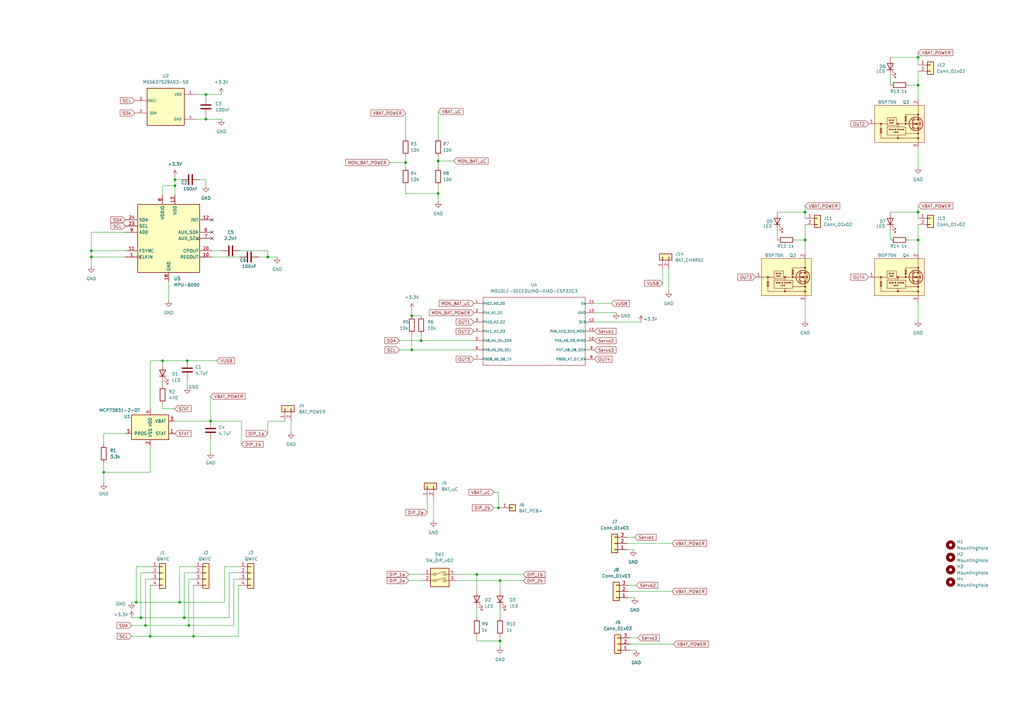
<source format=kicad_sch>
(kicad_sch (version 20211123) (generator eeschema)
  (paper "A3")
  (lib_symbols
    (symbol "Battery_Management:MCP73831-2-OT" (pin_names (offset 1.016))
      (property "Reference" "U" (at -7.62 6.35 0))
      (property "Value" "MCP73831-2-OT" (at 1.27 6.35 0))
      (symbol "MCP73831-2-OT_0_1"
        (rectangle (start -7.62 5.08) (end 7.62 -5.08) (stroke (width 0.254)) (fill (type background)))
      )
      (symbol "MCP73831-2-OT_1_1"
        (pin output line (at 10.16 -2.54 180) (length 2.54) (name "STAT") (number "1"))
        (pin power_in line (at 0 -7.62 90) (length 2.54) (name "VSS") (number "2"))
        (pin power_out line (at 10.16 2.54 180) (length 2.54) (name "VBAT") (number "3"))
        (pin power_in line (at 0 7.62 270) (length 2.54) (name "VDD") (number "4"))
        (pin input line (at -10.16 -2.54 0) (length 2.54) (name "PROG") (number "5"))
      )
    )
    (symbol "Connector_Generic:Conn_01x01" (pin_names (offset 1.016) hide)
      (property "Reference" "J" (at 0 2.54 0))
      (property "Value" "Conn_01x01" (at 0 -2.54 0))
      (symbol "Conn_01x01_1_1"
        (rectangle (start -1.27 0.127) (end 0 -0.127) (stroke (width 0.1524)))
        (rectangle (start -1.27 1.27) (end 1.27 -1.27) (stroke (width 0.254)) (fill (type background)))
        (pin passive line (at -5.08 0 0) (length 3.81) (name "Pin_1") (number "1"))
      )
    )
    (symbol "Connector_Generic:Conn_01x02" (pin_names (offset 1.016) hide)
      (property "Reference" "J" (at 0 2.54 0))
      (property "Value" "Conn_01x02" (at 0 -5.08 0))
      (symbol "Conn_01x02_1_1"
        (rectangle (start -1.27 -2.413) (end 0 -2.667) (stroke (width 0.1524)))
        (rectangle (start -1.27 0.127) (end 0 -0.127) (stroke (width 0.1524)))
        (rectangle (start -1.27 1.27) (end 1.27 -3.81) (stroke (width 0.254)) (fill (type background)))
        (pin passive line (at -5.08 0 0) (length 3.81) (name "Pin_1") (number "1"))
        (pin passive line (at -5.08 -2.54 0) (length 3.81) (name "Pin_2") (number "2"))
      )
    )
    (symbol "Connector_Generic:Conn_01x03" (pin_names (offset 1.016) hide)
      (property "Reference" "J" (at 0 5.08 0))
      (property "Value" "Conn_01x03" (at 0 -5.08 0))
      (symbol "Conn_01x03_1_1"
        (rectangle (start -1.27 -2.413) (end 0 -2.667) (stroke (width 0.1524)))
        (rectangle (start -1.27 0.127) (end 0 -0.127) (stroke (width 0.1524)))
        (rectangle (start -1.27 2.667) (end 0 2.413) (stroke (width 0.1524)))
        (rectangle (start -1.27 3.81) (end 1.27 -3.81) (stroke (width 0.254)) (fill (type background)))
        (pin passive line (at -5.08 2.54 0) (length 3.81) (name "Pin_1") (number "1"))
        (pin passive line (at -5.08 0 0) (length 3.81) (name "Pin_2") (number "2"))
        (pin passive line (at -5.08 -2.54 0) (length 3.81) (name "Pin_3") (number "3"))
      )
    )
    (symbol "Connector_Generic:Conn_01x04" (pin_names (offset 1.016) hide)
      (property "Reference" "J" (at 0 5.08 0))
      (property "Value" "Conn_01x04" (at 0 -7.62 0))
      (symbol "Conn_01x04_1_1"
        (rectangle (start -1.27 -4.953) (end 0 -5.207) (stroke (width 0.1524)))
        (rectangle (start -1.27 -2.413) (end 0 -2.667) (stroke (width 0.1524)))
        (rectangle (start -1.27 0.127) (end 0 -0.127) (stroke (width 0.1524)))
        (rectangle (start -1.27 2.667) (end 0 2.413) (stroke (width 0.1524)))
        (rectangle (start -1.27 3.81) (end 1.27 -6.35) (stroke (width 0.254)) (fill (type background)))
        (pin passive line (at -5.08 2.54 0) (length 3.81) (name "Pin_1") (number "1"))
        (pin passive line (at -5.08 0 0) (length 3.81) (name "Pin_2") (number "2"))
        (pin passive line (at -5.08 -2.54 0) (length 3.81) (name "Pin_3") (number "3"))
        (pin passive line (at -5.08 -5.08 0) (length 3.81) (name "Pin_4") (number "4"))
      )
    )
    (symbol "Device:C" (pin_numbers hide) (pin_names (offset 0.254))
      (property "Reference" "C" (at 0.635 2.54 0))
      (property "Value" "C" (at 0.635 -2.54 0))
      (symbol "C_0_1"
        (polyline (pts (xy -2.032 -0.762) (xy 2.032 -0.762)) (stroke (width 0.508)))
        (polyline (pts (xy -2.032 0.762) (xy 2.032 0.762)) (stroke (width 0.508)))
      )
      (symbol "C_1_1"
        (pin passive line (at 0 3.81 270) (length 2.794) (name "~") (number "1"))
        (pin passive line (at 0 -3.81 90) (length 2.794) (name "~") (number "2"))
      )
    )
    (symbol "Device:LED" (pin_numbers hide) (pin_names (offset 1.016) hide)
      (property "Reference" "D" (at 0 2.54 0))
      (property "Value" "LED" (at 0 -2.54 0))
      (symbol "LED_0_1"
        (polyline (pts (xy -1.27 -1.27) (xy -1.27 1.27)) (stroke (width 0.254)))
        (polyline (pts (xy -1.27 0) (xy 1.27 0)))
        (polyline (pts (xy 1.27 -1.27) (xy 1.27 1.27) (xy -1.27 0) (xy 1.27 -1.27)) (stroke (width 0.254)))
        (polyline (pts (xy -3.048 -0.762) (xy -4.572 -2.286) (xy -3.81 -2.286) (xy -4.572 -2.286) (xy -4.572 -1.524)))
        (polyline (pts (xy -1.778 -0.762) (xy -3.302 -2.286) (xy -2.54 -2.286) (xy -3.302 -2.286) (xy -3.302 -1.524)))
      )
      (symbol "LED_1_1"
        (pin passive line (at -3.81 0 0) (length 2.54) (name "K") (number "1"))
        (pin passive line (at 3.81 0 180) (length 2.54) (name "A") (number "2"))
      )
    )
    (symbol "Device:R" (pin_numbers hide) (pin_names (offset 0))
      (property "Reference" "R" (at 2.032 0 90))
      (property "Value" "R" (at 0 0 90))
      (symbol "R_0_1"
        (rectangle (start -1.016 -2.54) (end 1.016 2.54) (stroke (width 0.254)))
      )
      (symbol "R_1_1"
        (pin passive line (at 0 3.81 270) (length 1.27) (name "~") (number "1"))
        (pin passive line (at 0 -3.81 90) (length 1.27) (name "~") (number "2"))
      )
    )
    (symbol "Driver_FET:BSP75N" (pin_names (offset 0) hide)
      (property "Reference" "Q" (at 5.08 8.89 0))
      (property "Value" "BSP75N" (at -10.16 8.89 0))
      (symbol "BSP75N_0_0"
        (rectangle (start -10.16 7.62) (end 10.16 -7.62) (fill (type background)))
        (polyline (pts (xy 7.62 2.54) (xy 7.62 -7.62)))
        (polyline (pts (xy 7.62 2.54) (xy 7.62 7.62)))
        (polyline (pts (xy -0.635 -1.27) (xy -0.635 -0.635) (xy -0.635 0)))
        (polyline (pts (xy 2.54 0) (xy 2.54 3.81) (xy 7.62 3.81)))
        (polyline (pts (xy 7.62 -5.842) (xy -0.635 -5.842) (xy -0.635 -4.572)))
        (polyline (pts (xy -0.635 -5.842) (xy -7.62 -5.842) (xy -7.62 0) (xy -5.08 0)))
        (text "Limit" (at -1.524 -3.429 0) (effects (font (size 0.5334 0.5334))))
        (text "Temp & Current" (at -1.27 -2.286 0) (effects (font (size 0.5334 0.5334))))
      )
      (symbol "BSP75N_0_1"
        (rectangle (start -5.08 -1.27) (end 2.54 -4.572))
        (polyline (pts (xy -7.62 0) (xy -10.16 0)))
        (polyline (pts (xy 7.62 -3.937) (xy 2.667 -3.937)))
      )
      (symbol "BSP75N_1_1"
        (circle (center -7.62 0) (radius 0.2794) (fill (type outline)))
        (rectangle (start -5.08 2.54) (end -1.27 -0.635))
        (circle (center -0.635 -5.842) (radius 0.2794) (fill (type outline)))
        (circle (center -0.635 0) (radius 0.2794) (fill (type outline)))
        (polyline (pts (xy 2.54 0) (xy -1.27 0)))
        (polyline (pts (xy 2.54 0) (xy 5.334 0)))
        (polyline (pts (xy 5.842 -1.778) (xy 7.62 -1.778)))
        (polyline (pts (xy 5.842 -1.27) (xy 5.842 -2.286)) (stroke (width 0.254)))
        (polyline (pts (xy 5.842 0) (xy 7.62 0)))
        (polyline (pts (xy 5.842 0.508) (xy 5.842 -0.508)) (stroke (width 0.254)))
        (polyline (pts (xy 5.842 1.778) (xy 7.62 1.778)))
        (polyline (pts (xy 5.842 2.286) (xy 5.842 1.27)) (stroke (width 0.254)))
        (polyline (pts (xy 7.62 -1.778) (xy 7.62 -2.54)))
        (polyline (pts (xy 7.62 -1.778) (xy 7.62 0)))
        (polyline (pts (xy 7.62 2.54) (xy 7.62 1.778)))
        (polyline (pts (xy 5.334 1.905) (xy 5.334 -1.905) (xy 5.334 -1.905)) (stroke (width 0.254)))
        (polyline (pts (xy -8.128 -1.778) (xy -8.001 -1.905) (xy -7.239 -1.905) (xy -7.112 -2.032)))
        (polyline (pts (xy -7.62 -3.683) (xy -7.239 -3.048) (xy -8.001 -3.048) (xy -7.62 -3.683)))
        (polyline (pts (xy -7.62 -1.905) (xy -8.001 -2.54) (xy -7.239 -2.54) (xy -7.62 -1.905)))
        (polyline (pts (xy -7.112 -3.81) (xy -7.239 -3.683) (xy -8.001 -3.683) (xy -8.128 -3.556)))
        (polyline (pts (xy 2.032 3.048) (xy 2.159 2.921) (xy 2.921 2.921) (xy 3.048 2.794)))
        (polyline (pts (xy 2.54 1.143) (xy 2.921 1.778) (xy 2.159 1.778) (xy 2.54 1.143)))
        (polyline (pts (xy 2.54 2.921) (xy 2.159 2.286) (xy 2.921 2.286) (xy 2.54 2.921)))
        (polyline (pts (xy 3.048 1.016) (xy 2.921 1.143) (xy 2.159 1.143) (xy 2.032 1.27)))
        (polyline (pts (xy 6.096 0) (xy 7.112 0.381) (xy 7.112 -0.381) (xy 6.096 0)) (fill (type outline)))
        (polyline (pts (xy 7.62 -1.778) (xy 8.382 -1.778) (xy 8.382 1.778) (xy 7.62 1.778)))
        (polyline (pts (xy 7.874 0.508) (xy 8.001 0.381) (xy 8.763 0.381) (xy 8.89 0.254)))
        (polyline (pts (xy 8.382 0.381) (xy 8.001 -0.254) (xy 8.763 -0.254) (xy 8.382 0.381)))
        (circle (center 2.54 0) (radius 0.2794) (fill (type outline)))
        (circle (center 6.731 0) (radius 2.8194) (stroke (width 0.254)))
        (circle (center 7.62 -5.842) (radius 0.2794) (fill (type outline)))
        (circle (center 7.62 -3.937) (radius 0.2794) (fill (type outline)))
        (circle (center 7.62 -1.778) (radius 0.2794) (fill (type outline)))
        (circle (center 7.62 1.778) (radius 0.2794) (fill (type outline)))
        (circle (center 7.62 3.81) (radius 0.2794) (fill (type outline)))
        (text "dV/dt" (at -3.302 1.524 0) (effects (font (size 0.5334 0.5334))))
        (text "Limit" (at -3.429 0.381 0) (effects (font (size 0.5334 0.5334))))
        (pin input line (at -12.7 0 0) (length 2.54) (name "G") (number "1"))
        (pin passive line (at 7.62 10.16 270) (length 2.54) (name "D") (number "2"))
        (pin passive line (at 7.62 -10.16 90) (length 2.54) (name "S") (number "3"))
        (pin passive line (at 7.62 -10.16 90) (length 2.54) hide (name "S") (number "4"))
      )
    )
    (symbol "MS5037:MS563702BA03-50" (pin_names (offset 1.016))
      (property "Reference" "U" (at -7.6266 8.6435 0))
      (property "Value" "MS563702BA03-50" (at -7.6222 -10.163 0))
      (symbol "MS563702BA03-50_0_0"
        (rectangle (start -7.62 -7.62) (end 7.62 7.62) (stroke (width 0.254)) (fill (type background)))
        (pin power_in line (at 12.7 5.08 180) (length 5.08) (name "VDD") (number "1"))
        (pin bidirectional line (at -12.7 -2.54 0) (length 5.08) (name "SDA") (number "2"))
        (pin input clock (at -12.7 2.54 0) (length 5.08) (name "SCL") (number "3"))
        (pin power_in line (at 12.7 -5.08 180) (length 5.08) (name "GND") (number "4"))
      )
    )
    (symbol "Mechanical:MountingHole" (pin_names (offset 1.016))
      (property "Reference" "H" (at 0 5.08 0))
      (property "Value" "MountingHole" (at 0 3.175 0))
      (symbol "MountingHole_0_1"
        (circle (center 0 0) (radius 1.27) (stroke (width 1.27)))
      )
    )
    (symbol "Project:MOUDLE-SEEEDUINO-XIAO-ESP32C3" (pin_names (offset 1.016))
      (property "Reference" "U" (at -21.59 15.24 0))
      (property "Value" "MOUDLE-SEEEDUINO-XIAO-ESP32C3" (at -21.59 13.97 0))
      (symbol "MOUDLE-SEEEDUINO-XIAO-ESP32C3_0_0"
        (polyline (pts (xy -21.59 -13.97) (xy -21.59 0)) (stroke (width 0.1524)))
        (polyline (pts (xy -21.59 -11.43) (xy -22.86 -11.43)) (stroke (width 0.1524)))
        (polyline (pts (xy -21.59 -7.62) (xy -22.86 -7.62)) (stroke (width 0.1524)))
        (polyline (pts (xy -21.59 -3.81) (xy -22.86 -3.81)) (stroke (width 0.1524)))
        (polyline (pts (xy -21.59 0) (xy -22.86 0)) (stroke (width 0.1524)))
        (polyline (pts (xy -21.59 0) (xy -21.59 3.81)) (stroke (width 0.1524)))
        (polyline (pts (xy -21.59 3.81) (xy -22.86 3.81)) (stroke (width 0.1524)))
        (polyline (pts (xy -21.59 3.81) (xy -21.59 7.62)) (stroke (width 0.1524)))
        (polyline (pts (xy -21.59 7.62) (xy -22.86 7.62)) (stroke (width 0.1524)))
        (polyline (pts (xy -21.59 7.62) (xy -21.59 11.43)) (stroke (width 0.1524)))
        (polyline (pts (xy -21.59 11.43) (xy -22.86 11.43)) (stroke (width 0.1524)))
        (polyline (pts (xy -21.59 11.43) (xy -21.59 13.97)) (stroke (width 0.1524)))
        (polyline (pts (xy -21.59 13.97) (xy 20.32 13.97)) (stroke (width 0.1524)))
        (polyline (pts (xy 20.32 -13.97) (xy -21.59 -13.97)) (stroke (width 0.1524)))
        (polyline (pts (xy 20.32 3.81) (xy 20.32 -13.97)) (stroke (width 0.1524)))
        (polyline (pts (xy 20.32 7.62) (xy 20.32 3.81)) (stroke (width 0.1524)))
        (polyline (pts (xy 20.32 11.43) (xy 20.32 7.62)) (stroke (width 0.1524)))
        (polyline (pts (xy 20.32 13.97) (xy 20.32 11.43)) (stroke (width 0.1524)))
        (polyline (pts (xy 21.59 -11.43) (xy 20.32 -11.43)) (stroke (width 0.1524)))
        (polyline (pts (xy 21.59 -7.62) (xy 20.32 -7.62)) (stroke (width 0.1524)))
        (polyline (pts (xy 21.59 -3.81) (xy 20.32 -3.81)) (stroke (width 0.1524)))
        (polyline (pts (xy 21.59 0) (xy 20.32 0)) (stroke (width 0.1524)))
        (polyline (pts (xy 21.59 3.81) (xy 20.32 3.81)) (stroke (width 0.1524)))
        (polyline (pts (xy 21.59 7.62) (xy 20.32 7.62)) (stroke (width 0.1524)))
        (polyline (pts (xy 21.59 11.43) (xy 20.32 11.43)) (stroke (width 0.1524)))
        (pin bidirectional line (at -25.4 11.43 0) (length 2.54) (name "PA02_A0_D0") (number "1"))
        (pin bidirectional line (at 24.13 -3.81 180) (length 2.54) (name "PA5_A9_D9_MISO") (number "10"))
        (pin bidirectional line (at 24.13 0 180) (length 2.54) (name "PA6_A10_D10_MOSI") (number "11"))
        (pin bidirectional line (at 24.13 3.81 180) (length 2.54) (name "3V3") (number "12"))
        (pin bidirectional line (at 24.13 7.62 180) (length 2.54) (name "GND") (number "13"))
        (pin bidirectional line (at 24.13 11.43 180) (length 2.54) (name "5V") (number "14"))
        (pin bidirectional line (at -25.4 7.62 0) (length 2.54) (name "PA4_A1_D1") (number "2"))
        (pin bidirectional line (at -25.4 3.81 0) (length 2.54) (name "PA10_A2_D2") (number "3"))
        (pin bidirectional line (at -25.4 0 0) (length 2.54) (name "PA11_A3_D3") (number "4"))
        (pin bidirectional line (at -25.4 -3.81 0) (length 2.54) (name "PA8_A4_D4_SDA") (number "5"))
        (pin bidirectional line (at -25.4 -7.62 0) (length 2.54) (name "PA9_A5_D5_SCL") (number "6"))
        (pin bidirectional line (at -25.4 -11.43 0) (length 2.54) (name "PB08_A6_D6_TX") (number "7"))
        (pin bidirectional line (at 24.13 -11.43 180) (length 2.54) (name "PB09_A7_D7_RX") (number "8"))
        (pin bidirectional line (at 24.13 -7.62 180) (length 2.54) (name "PA7_A8_D8_SCK") (number "9"))
      )
    )
    (symbol "Sensor_Motion:MPU-6050"
      (property "Reference" "U" (at -11.43 13.97 0))
      (property "Value" "MPU-6050" (at 7.62 -15.24 0))
      (symbol "MPU-6050_0_0"
        (text "" (at 12.7 -2.54 0) (effects (font (size 1.27 1.27))))
      )
      (symbol "MPU-6050_0_1"
        (rectangle (start -12.7 13.97) (end 12.7 -13.97) (stroke (width 0.254)) (fill (type background)))
      )
      (symbol "MPU-6050_1_1"
        (pin input clock (at -17.78 -7.62 0) (length 5.08) (name "CLKIN") (number "1"))
        (pin passive line (at 17.78 -7.62 180) (length 5.08) (name "REGOUT") (number "10"))
        (pin input line (at -17.78 -5.08 0) (length 5.08) (name "FSYNC") (number "11"))
        (pin output line (at 17.78 7.62 180) (length 5.08) (name "INT") (number "12"))
        (pin power_in line (at 2.54 17.78 270) (length 3.81) (name "VDD") (number "13"))
        (pin no_connect line (at -12.7 -10.16 0) (length 2.54) hide (name "NC") (number "14"))
        (pin no_connect line (at 12.7 12.7 180) (length 2.54) hide (name "NC") (number "15"))
        (pin no_connect line (at 12.7 10.16 180) (length 2.54) hide (name "NC") (number "16"))
        (pin no_connect line (at 12.7 5.08 180) (length 2.54) hide (name "NC") (number "17"))
        (pin power_in line (at 0 -17.78 90) (length 3.81) (name "GND") (number "18"))
        (pin no_connect line (at 12.7 -10.16 180) (length 2.54) hide (name "NC") (number "19"))
        (pin no_connect line (at -12.7 12.7 0) (length 2.54) hide (name "NC") (number "2"))
        (pin passive line (at 17.78 -5.08 180) (length 5.08) (name "CPOUT") (number "20"))
        (pin no_connect line (at 12.7 -2.54 180) (length 2.54) hide (name "NC") (number "21"))
        (pin no_connect line (at 12.7 -12.7 180) (length 2.54) hide (name "NC") (number "22"))
        (pin input line (at -17.78 5.08 0) (length 5.08) (name "SCL") (number "23"))
        (pin bidirectional line (at -17.78 7.62 0) (length 5.08) (name "SDA") (number "24"))
        (pin no_connect line (at -12.7 10.16 0) (length 2.54) hide (name "NC") (number "3"))
        (pin no_connect line (at -12.7 0 0) (length 2.54) hide (name "NC") (number "4"))
        (pin no_connect line (at -12.7 -2.54 0) (length 2.54) hide (name "NC") (number "5"))
        (pin bidirectional line (at 17.78 2.54 180) (length 5.08) (name "AUX_SDA") (number "6"))
        (pin output clock (at 17.78 0 180) (length 5.08) (name "AUX_SCL") (number "7"))
        (pin power_in line (at -2.54 17.78 270) (length 3.81) (name "VDDIO") (number "8"))
        (pin input line (at -17.78 2.54 0) (length 5.08) (name "AD0") (number "9"))
      )
    )
    (symbol "Switch:SW_DIP_x02" (pin_names (offset 0) hide)
      (property "Reference" "SW" (at 0 6.35 0))
      (property "Value" "SW_DIP_x02" (at 0 -3.81 0))
      (symbol "SW_DIP_x02_0_0"
        (circle (center -2.032 0) (radius 0.508))
        (circle (center -2.032 2.54) (radius 0.508))
        (polyline (pts (xy -1.524 0.127) (xy 2.3622 1.1684)))
        (polyline (pts (xy -1.524 2.667) (xy 2.3622 3.7084)))
        (circle (center 2.032 0) (radius 0.508))
        (circle (center 2.032 2.54) (radius 0.508))
      )
      (symbol "SW_DIP_x02_0_1"
        (rectangle (start -3.81 5.08) (end 3.81 -2.54) (stroke (width 0.254)) (fill (type background)))
      )
      (symbol "SW_DIP_x02_1_1"
        (pin passive line (at -7.62 2.54 0) (length 5.08) (name "~") (number "1"))
        (pin passive line (at -7.62 0 0) (length 5.08) (name "~") (number "2"))
        (pin passive line (at 7.62 0 180) (length 5.08) (name "~") (number "3"))
        (pin passive line (at 7.62 2.54 180) (length 5.08) (name "~") (number "4"))
      )
    )
    (symbol "power:+3.3V" (power) (pin_names (offset 0))
      (property "Value" "+3.3V" (at 0 3.556 0))
      (symbol "+3.3V_0_1"
        (polyline (pts (xy -0.762 1.27) (xy 0 2.54)))
        (polyline (pts (xy 0 0) (xy 0 2.54)))
        (polyline (pts (xy 0 2.54) (xy 0.762 1.27)))
      )
      (symbol "+3.3V_1_1"
        (pin power_in line (at 0 0 90) (length 0) hide (name "+3.3V") (number "1"))
      )
    )
    (symbol "power:GND" (power) (pin_names (offset 0))
      (property "Value" "GND" (at 0 -3.81 0))
      (symbol "GND_0_1"
        (polyline (pts (xy 0 0) (xy 0 -1.27) (xy 1.27 -1.27) (xy 0 -2.54) (xy -1.27 -1.27) (xy 0 -1.27)))
      )
      (symbol "GND_1_1"
        (pin power_in line (at 0 0 270) (length 0) hide (name "GND") (number "1"))
      )
    )
  )
  (junction (at 330.2 86.995))
  (junction (at 168.91 143.51))
  (junction (at 168.91 129.54))
  (junction (at 77.47 256.54))
  (junction (at 75.565 253.365))
  (junction (at 179.705 66.04))
  (junction (at 195.58 235.585))
  (junction (at 42.545 193.675))
  (junction (at 57.785 253.365))
  (junction (at 84.455 38.735))
  (junction (at 204.47 208.28))
  (junction (at 376.555 34.925))
  (junction (at 172.72 139.7))
  (junction (at 55.88 247.015))
  (junction (at 37.465 105.41))
  (junction (at 73.66 247.015))
  (junction (at 376.555 23.495))
  (junction (at 166.37 66.675))
  (junction (at 84.455 48.895))
  (junction (at 330.2 98.425))
  (junction (at 179.705 79.375))
  (junction (at 205.105 262.89))
  (junction (at 205.105 238.125))
  (junction (at 109.855 105.41))
  (junction (at 59.69 256.54))
  (junction (at 71.755 73.66))
  (junction (at 376.555 86.995))
  (junction (at 71.755 76.2))
  (junction (at 37.465 102.87))
  (junction (at 66.675 147.955))
  (junction (at 61.595 260.985))
  (junction (at 376.555 98.425))
  (junction (at 79.375 260.985))
  (junction (at 76.835 147.955))
  (junction (at 86.36 172.72))
  (no_connect (at 86.995 97.79))
  (no_connect (at 86.995 95.25))
  (no_connect (at 86.995 90.17))
  (wire (pts (xy 166.37 66.675) (xy 166.37 68.58)))
  (wire (pts (xy 53.975 253.365) (xy 57.785 253.365)))
  (wire (pts (xy 376.555 34.925) (xy 376.555 40.64)))
  (wire (pts (xy 76.835 147.955) (xy 88.9 147.955)))
  (wire (pts (xy 75.565 253.365) (xy 93.98 253.365)))
  (wire (pts (xy 365.125 86.995) (xy 376.555 86.995)))
  (wire (pts (xy 42.545 193.675) (xy 42.545 198.12)))
  (wire (pts (xy 195.58 235.585) (xy 214.63 235.585)))
  (wire (pts (xy 37.465 102.87) (xy 51.435 102.87)))
  (wire (pts (xy 73.66 232.41) (xy 79.375 232.41)))
  (wire (pts (xy 42.545 189.865) (xy 42.545 193.675)))
  (wire (pts (xy 84.455 73.66) (xy 84.455 76.2)))
  (wire (pts (xy 257.81 245.11) (xy 260.35 245.11)))
  (wire (pts (xy 53.975 260.985) (xy 61.595 260.985)))
  (wire (pts (xy 66.675 167.64) (xy 66.675 165.735)))
  (wire (pts (xy 109.855 105.41) (xy 113.665 105.41)))
  (wire (pts (xy 365.125 23.495) (xy 376.555 23.495)))
  (wire (pts (xy 205.105 262.89) (xy 195.58 262.89)))
  (wire (pts (xy 86.36 162.56) (xy 86.36 172.72)))
  (wire (pts (xy 195.58 249.555) (xy 195.58 253.365)))
  (wire (pts (xy 376.555 98.425) (xy 376.555 103.505)))
  (wire (pts (xy 204.47 208.28) (xy 205.105 208.28)))
  (wire (pts (xy 37.465 105.41) (xy 51.435 105.41)))
  (wire (pts (xy 257.175 220.345) (xy 260.35 220.345)))
  (wire (pts (xy 61.595 182.88) (xy 61.595 193.675)))
  (wire (pts (xy 77.47 256.54) (xy 95.885 256.54)))
  (wire (pts (xy 175.26 204.47) (xy 175.26 210.185)))
  (wire (pts (xy 55.88 247.015) (xy 73.66 247.015)))
  (wire (pts (xy 75.565 234.95) (xy 75.565 253.365)))
  (wire (pts (xy 37.465 105.41) (xy 37.465 109.22)))
  (wire (pts (xy 202.565 208.28) (xy 204.47 208.28)))
  (wire (pts (xy 77.47 237.49) (xy 77.47 256.54)))
  (wire (pts (xy 71.755 72.39) (xy 71.755 73.66)))
  (wire (pts (xy 187.96 238.125) (xy 205.105 238.125)))
  (wire (pts (xy 318.77 94.615) (xy 318.77 98.425)))
  (wire (pts (xy 80.645 48.895) (xy 84.455 48.895)))
  (wire (pts (xy 53.975 256.54) (xy 59.69 256.54)))
  (wire (pts (xy 205.105 262.89) (xy 205.105 265.43)))
  (wire (pts (xy 160.02 66.675) (xy 166.37 66.675)))
  (wire (pts (xy 93.98 234.95) (xy 93.98 253.365)))
  (wire (pts (xy 109.855 172.72) (xy 116.84 172.72)))
  (wire (pts (xy 59.69 256.54) (xy 77.47 256.54)))
  (wire (pts (xy 372.745 34.925) (xy 376.555 34.925)))
  (wire (pts (xy 365.125 94.615) (xy 365.125 98.425)))
  (wire (pts (xy 243.84 132.08) (xy 262.89 132.08)))
  (wire (pts (xy 179.705 64.135) (xy 179.705 66.04)))
  (wire (pts (xy 51.435 177.8) (xy 42.545 177.8)))
  (wire (pts (xy 55.88 232.41) (xy 55.88 247.015)))
  (wire (pts (xy 92.075 232.41) (xy 92.075 247.015)))
  (wire (pts (xy 376.555 23.495) (xy 376.555 26.67)))
  (wire (pts (xy 119.38 172.72) (xy 119.38 177.165)))
  (wire (pts (xy 86.995 105.41) (xy 98.425 105.41)))
  (wire (pts (xy 257.175 225.425) (xy 259.715 225.425)))
  (wire (pts (xy 92.075 232.41) (xy 97.79 232.41)))
  (wire (pts (xy 59.69 237.49) (xy 59.69 256.54)))
  (wire (pts (xy 97.79 234.95) (xy 93.98 234.95)))
  (wire (pts (xy 97.79 240.03) (xy 97.79 260.985)))
  (wire (pts (xy 168.91 127) (xy 168.91 129.54)))
  (wire (pts (xy 71.755 167.64) (xy 66.675 167.64)))
  (wire (pts (xy 330.2 92.075) (xy 330.2 98.425)))
  (wire (pts (xy 95.885 237.49) (xy 95.885 256.54)))
  (wire (pts (xy 79.375 234.95) (xy 75.565 234.95)))
  (wire (pts (xy 66.675 76.2) (xy 71.755 76.2)))
  (wire (pts (xy 66.675 147.955) (xy 66.675 149.225)))
  (wire (pts (xy 42.545 177.8) (xy 42.545 182.245)))
  (wire (pts (xy 61.595 240.03) (xy 61.595 260.985)))
  (wire (pts (xy 195.58 262.89) (xy 195.58 260.985)))
  (wire (pts (xy 81.915 73.66) (xy 84.455 73.66)))
  (wire (pts (xy 109.855 172.72) (xy 109.855 177.8)))
  (wire (pts (xy 71.755 76.2) (xy 71.755 80.01)))
  (wire (pts (xy 84.455 38.735) (xy 84.455 40.005)))
  (wire (pts (xy 163.83 143.51) (xy 168.91 143.51)))
  (wire (pts (xy 163.83 139.7) (xy 172.72 139.7)))
  (wire (pts (xy 73.66 247.015) (xy 92.075 247.015)))
  (wire (pts (xy 326.39 98.425) (xy 330.2 98.425)))
  (wire (pts (xy 80.645 38.735) (xy 84.455 38.735)))
  (wire (pts (xy 37.465 102.87) (xy 37.465 105.41)))
  (wire (pts (xy 37.465 95.25) (xy 37.465 102.87)))
  (wire (pts (xy 86.995 102.87) (xy 90.805 102.87)))
  (wire (pts (xy 187.96 235.585) (xy 195.58 235.585)))
  (wire (pts (xy 195.58 235.585) (xy 195.58 241.935)))
  (wire (pts (xy 167.64 235.585) (xy 172.72 235.585)))
  (wire (pts (xy 179.705 66.04) (xy 186.055 66.04)))
  (wire (pts (xy 365.125 31.115) (xy 365.125 34.925)))
  (wire (pts (xy 274.32 110.49) (xy 274.32 119.38)))
  (wire (pts (xy 66.675 156.845) (xy 66.675 158.115)))
  (wire (pts (xy 84.455 48.895) (xy 90.805 48.895)))
  (wire (pts (xy 76.835 155.575) (xy 76.835 158.75)))
  (wire (pts (xy 168.91 129.54) (xy 172.72 129.54)))
  (wire (pts (xy 172.72 137.16) (xy 172.72 139.7)))
  (wire (pts (xy 179.705 76.2) (xy 179.705 79.375)))
  (wire (pts (xy 168.91 137.16) (xy 168.91 143.51)))
  (wire (pts (xy 66.675 147.955) (xy 61.595 147.955)))
  (wire (pts (xy 258.445 264.16) (xy 276.225 264.16)))
  (wire (pts (xy 257.175 222.885) (xy 275.59 222.885)))
  (wire (pts (xy 61.595 260.985) (xy 79.375 260.985)))
  (wire (pts (xy 243.84 124.46) (xy 250.825 124.46)))
  (wire (pts (xy 71.755 172.72) (xy 86.36 172.72)))
  (wire (pts (xy 204.47 201.93) (xy 204.47 208.28)))
  (wire (pts (xy 71.755 73.66) (xy 74.295 73.66)))
  (wire (pts (xy 205.105 249.555) (xy 205.105 253.365)))
  (wire (pts (xy 376.555 60.96) (xy 376.555 68.58)))
  (wire (pts (xy 167.64 238.125) (xy 172.72 238.125)))
  (wire (pts (xy 86.36 180.34) (xy 86.36 185.42)))
  (wire (pts (xy 61.595 147.955) (xy 61.595 167.64)))
  (wire (pts (xy 79.375 237.49) (xy 77.47 237.49)))
  (wire (pts (xy 376.555 21.59) (xy 376.555 23.495)))
  (wire (pts (xy 376.555 29.21) (xy 376.555 34.925)))
  (wire (pts (xy 61.595 193.675) (xy 42.545 193.675)))
  (wire (pts (xy 109.855 102.87) (xy 109.855 105.41)))
  (wire (pts (xy 53.975 247.015) (xy 55.88 247.015)))
  (wire (pts (xy 166.37 76.2) (xy 166.37 79.375)))
  (wire (pts (xy 37.465 95.25) (xy 51.435 95.25)))
  (wire (pts (xy 57.785 253.365) (xy 75.565 253.365)))
  (wire (pts (xy 179.705 45.72) (xy 179.705 56.515)))
  (wire (pts (xy 84.455 47.625) (xy 84.455 48.895)))
  (wire (pts (xy 376.555 123.825) (xy 376.555 131.445)))
  (wire (pts (xy 66.675 147.955) (xy 76.835 147.955)))
  (wire (pts (xy 243.84 128.27) (xy 252.73 128.27)))
  (wire (pts (xy 179.705 66.04) (xy 179.705 68.58)))
  (wire (pts (xy 205.105 238.125) (xy 205.105 241.935)))
  (wire (pts (xy 330.2 84.455) (xy 330.2 86.995)))
  (wire (pts (xy 330.2 123.825) (xy 330.2 131.445)))
  (wire (pts (xy 166.37 46.355) (xy 166.37 56.515)))
  (wire (pts (xy 61.595 234.95) (xy 57.785 234.95)))
  (wire (pts (xy 66.675 80.01) (xy 66.675 76.2)))
  (wire (pts (xy 168.91 143.51) (xy 194.31 143.51)))
  (wire (pts (xy 271.78 110.49) (xy 271.78 116.205)))
  (wire (pts (xy 177.8 204.47) (xy 177.8 213.36)))
  (wire (pts (xy 61.595 237.49) (xy 59.69 237.49)))
  (wire (pts (xy 318.77 86.995) (xy 330.2 86.995)))
  (wire (pts (xy 71.755 73.66) (xy 71.755 76.2)))
  (wire (pts (xy 202.565 201.93) (xy 204.47 201.93)))
  (wire (pts (xy 258.445 261.62) (xy 261.62 261.62)))
  (wire (pts (xy 69.215 115.57) (xy 69.215 123.19)))
  (wire (pts (xy 98.425 102.87) (xy 109.855 102.87)))
  (wire (pts (xy 73.66 232.41) (xy 73.66 247.015)))
  (wire (pts (xy 166.37 79.375) (xy 179.705 79.375)))
  (wire (pts (xy 257.81 240.03) (xy 260.985 240.03)))
  (wire (pts (xy 166.37 64.135) (xy 166.37 66.675)))
  (wire (pts (xy 257.81 242.57) (xy 275.59 242.57)))
  (wire (pts (xy 205.105 238.125) (xy 214.63 238.125)))
  (wire (pts (xy 376.555 86.995) (xy 376.555 89.535)))
  (wire (pts (xy 172.72 139.7) (xy 194.31 139.7)))
  (wire (pts (xy 205.105 260.985) (xy 205.105 262.89)))
  (wire (pts (xy 179.705 79.375) (xy 179.705 82.55)))
  (wire (pts (xy 57.785 234.95) (xy 57.785 253.365)))
  (wire (pts (xy 55.88 232.41) (xy 61.595 232.41)))
  (wire (pts (xy 330.2 98.425) (xy 330.2 103.505)))
  (wire (pts (xy 376.555 92.075) (xy 376.555 98.425)))
  (wire (pts (xy 99.06 172.72) (xy 99.06 182.245)))
  (wire (pts (xy 330.2 86.995) (xy 330.2 89.535)))
  (wire (pts (xy 84.455 38.735) (xy 90.805 38.735)))
  (wire (pts (xy 86.36 172.72) (xy 99.06 172.72)))
  (wire (pts (xy 79.375 240.03) (xy 79.375 260.985)))
  (wire (pts (xy 97.79 237.49) (xy 95.885 237.49)))
  (wire (pts (xy 258.445 266.7) (xy 260.985 266.7)))
  (wire (pts (xy 79.375 260.985) (xy 97.79 260.985)))
  (wire (pts (xy 106.045 105.41) (xy 109.855 105.41)))
  (wire (pts (xy 372.745 98.425) (xy 376.555 98.425)))
  (wire (pts (xy 376.555 84.455) (xy 376.555 86.995)))
  (global_label "Servo3" (shape input) (at 243.84 143.51 0) (property "Intersheet References" "${INTERSHEET_REFS}" (effects hide)))
  (global_label "SDA" (shape input) (at 53.975 256.54 180) (property "Intersheet References" "${INTERSHEET_REFS}" (effects hide)))
  (global_label "OUT3" (shape input) (at 194.31 147.32 180) (property "Intersheet References" "${INTERSHEET_REFS}" (effects hide)))
  (global_label "VBAT_POWER" (shape input) (at 166.37 46.355 180) (property "Intersheet References" "${INTERSHEET_REFS}" (effects hide)))
  (global_label "VBAT_POWER" (shape input) (at 376.555 84.455 0) (property "Intersheet References" "${INTERSHEET_REFS}" (effects hide)))
  (global_label "SDA" (shape input) (at 55.245 46.355 180) (property "Intersheet References" "${INTERSHEET_REFS}" (effects hide)))
  (global_label "OUT3" (shape input) (at 309.88 113.665 180) (property "Intersheet References" "${INTERSHEET_REFS}" (effects hide)))
  (global_label "DIP_2a" (shape input) (at 175.26 210.185 180) (property "Intersheet References" "${INTERSHEET_REFS}" (effects hide)))
  (global_label "SCL" (shape input) (at 51.435 92.71 180) (property "Intersheet References" "${INTERSHEET_REFS}" (effects hide)))
  (global_label "VUSB" (shape input) (at 271.78 116.205 180) (property "Intersheet References" "${INTERSHEET_REFS}" (effects hide)))
  (global_label "VBAT_POWER" (shape input) (at 275.59 242.57 0) (property "Intersheet References" "${INTERSHEET_REFS}" (effects hide)))
  (global_label "Servo2" (shape input) (at 243.84 139.7 0) (property "Intersheet References" "${INTERSHEET_REFS}" (effects hide)))
  (global_label "VUSB" (shape input) (at 250.825 124.46 0) (property "Intersheet References" "${INTERSHEET_REFS}" (effects hide)))
  (global_label "DIP_2b" (shape input) (at 214.63 238.125 0) (property "Intersheet References" "${INTERSHEET_REFS}" (effects hide)))
  (global_label "DIP_1b" (shape input) (at 214.63 235.585 0) (property "Intersheet References" "${INTERSHEET_REFS}" (effects hide)))
  (global_label "Servo1" (shape input) (at 243.84 135.89 0) (property "Intersheet References" "${INTERSHEET_REFS}" (effects hide)))
  (global_label "VBAT_POWER" (shape input) (at 86.36 162.56 0) (property "Intersheet References" "${INTERSHEET_REFS}" (effects hide)))
  (global_label "SDA" (shape input) (at 163.83 139.7 180) (property "Intersheet References" "${INTERSHEET_REFS}" (effects hide)))
  (global_label "OUT2" (shape input) (at 194.31 135.89 180) (property "Intersheet References" "${INTERSHEET_REFS}" (effects hide)))
  (global_label "OUT1" (shape input) (at 194.31 132.08 180) (property "Intersheet References" "${INTERSHEET_REFS}" (effects hide)))
  (global_label "OUT2" (shape input) (at 356.235 50.8 180) (property "Intersheet References" "${INTERSHEET_REFS}" (effects hide)))
  (global_label "MON_BAT_uC" (shape input) (at 186.055 66.04 0) (property "Intersheet References" "${INTERSHEET_REFS}" (effects hide)))
  (global_label "SCL" (shape input) (at 163.83 143.51 180) (property "Intersheet References" "${INTERSHEET_REFS}" (effects hide)))
  (global_label "STAT" (shape input) (at 71.755 177.8 0) (property "Intersheet References" "${INTERSHEET_REFS}" (effects hide)))
  (global_label "MON_BAT_POWER" (shape input) (at 160.02 66.675 180) (property "Intersheet References" "${INTERSHEET_REFS}" (effects hide)))
  (global_label "OUT4" (shape input) (at 356.235 113.665 180) (property "Intersheet References" "${INTERSHEET_REFS}" (effects hide)))
  (global_label "STAT" (shape input) (at 71.755 167.64 0) (property "Intersheet References" "${INTERSHEET_REFS}" (effects hide)))
  (global_label "DIP_1b" (shape input) (at 99.06 182.245 0) (property "Intersheet References" "${INTERSHEET_REFS}" (effects hide)))
  (global_label "MON_BAT_uC" (shape input) (at 194.31 124.46 180) (property "Intersheet References" "${INTERSHEET_REFS}" (effects hide)))
  (global_label "Servo3" (shape input) (at 261.62 261.62 0) (property "Intersheet References" "${INTERSHEET_REFS}" (effects hide)))
  (global_label "DIP_1a" (shape input) (at 109.855 177.8 180) (property "Intersheet References" "${INTERSHEET_REFS}" (effects hide)))
  (global_label "VBAT_POWER" (shape input) (at 376.555 21.59 0) (property "Intersheet References" "${INTERSHEET_REFS}" (effects hide)))
  (global_label "VBAT_POWER" (shape input) (at 275.59 222.885 0) (property "Intersheet References" "${INTERSHEET_REFS}" (effects hide)))
  (global_label "DIP_1a" (shape input) (at 167.64 235.585 180) (property "Intersheet References" "${INTERSHEET_REFS}" (effects hide)))
  (global_label "SDA" (shape input) (at 51.435 90.17 180) (property "Intersheet References" "${INTERSHEET_REFS}" (effects hide)))
  (global_label "VBAT_POWER" (shape input) (at 330.2 84.455 0) (property "Intersheet References" "${INTERSHEET_REFS}" (effects hide)))
  (global_label "Servo2" (shape input) (at 260.985 240.03 0) (property "Intersheet References" "${INTERSHEET_REFS}" (effects hide)))
  (global_label "SCL" (shape input) (at 55.245 41.275 180) (property "Intersheet References" "${INTERSHEET_REFS}" (effects hide)))
  (global_label "OUT4" (shape input) (at 243.84 147.32 0) (property "Intersheet References" "${INTERSHEET_REFS}" (effects hide)))
  (global_label "VBAT_POWER" (shape input) (at 276.225 264.16 0) (property "Intersheet References" "${INTERSHEET_REFS}" (effects hide)))
  (global_label "Servo1" (shape input) (at 260.35 220.345 0) (property "Intersheet References" "${INTERSHEET_REFS}" (effects hide)))
  (global_label "DIP_2b" (shape input) (at 202.565 208.28 180) (property "Intersheet References" "${INTERSHEET_REFS}" (effects hide)))
  (global_label "VBAT_uC" (shape input) (at 202.565 201.93 180) (property "Intersheet References" "${INTERSHEET_REFS}" (effects hide)))
  (global_label "MON_BAT_POWER" (shape input) (at 194.31 128.27 180) (property "Intersheet References" "${INTERSHEET_REFS}" (effects hide)))
  (global_label "VUSB" (shape input) (at 88.9 147.955 0) (property "Intersheet References" "${INTERSHEET_REFS}" (effects hide)))
  (global_label "VBAT_uC" (shape input) (at 179.705 45.72 0) (property "Intersheet References" "${INTERSHEET_REFS}" (effects hide)))
  (global_label "SCL" (shape input) (at 53.975 260.985 180) (property "Intersheet References" "${INTERSHEET_REFS}" (effects hide)))
  (global_label "DIP_2a" (shape input) (at 167.64 238.125 180) (property "Intersheet References" "${INTERSHEET_REFS}" (effects hide)))
  (symbol (lib_id "Connector_Generic:Conn_01x02") (at 271.78 105.41 90) (unit 1)
    (property "Reference" "J14" (at 276.86 104.1399 90) (effects (justify right)))
    (property "Value" "BAT_CHARGE" (at 276.86 106.6799 90) (effects (justify right)))
    (property "Footprint" "Connector_PinHeader_2.54mm:PinHeader_2x01_P2.54mm_Vertical" (effects hide))
  )
  (symbol (lib_id "Connector_Generic:Conn_01x04") (at 66.675 234.95 0) (unit 1)
    (property "Reference" "J1" (at 65.405 226.695 0) (effects (justify left)))
    (property "Value" "QWIIC" (at 64.135 229.235 0) (effects (justify left)))
    (property "Footprint" "Connector_JST:JST_SH_SM04B-SRSS-TB_1x04-1MP_P1.00mm_Horizontal" (effects hide))
  )
  (symbol (lib_id "Device:C") (at 84.455 43.815 0) (unit 1)
    (property "Reference" "C3" (at 88.265 42.5449 0) (effects (justify left)))
    (property "Value" "100nF" (at 88.265 45.0849 0) (effects (justify left)))
    (property "Footprint" "Capacitor_SMD:C_0201_0603Metric_Pad0.64x0.40mm_HandSolder" (effects hide))
  )
  (symbol (lib_id "power:+3.3V") (at 90.805 38.735 0) (unit 1)
    (property "Reference" "#PWR0107" (effects hide))
    (property "Value" "+3.3V" (at 90.805 33.655 0))
  )
  (symbol (lib_id "Device:C") (at 78.105 73.66 90) (unit 1)
    (property "Reference" "C2" (at 75.565 74.93 90))
    (property "Value" "100nF" (at 78.105 77.47 90))
    (property "Footprint" "Capacitor_SMD:C_0201_0603Metric_Pad0.64x0.40mm_HandSolder" (effects hide))
  )
  (symbol (lib_id "power:GND") (at 259.715 225.425 0) (unit 1)
    (property "Reference" "#PWR0126" (effects hide))
    (property "Value" "GND" (at 259.715 230.505 0))
  )
  (symbol (lib_id "Device:LED") (at 205.105 245.745 90) (unit 1)
    (property "Reference" "D3" (at 208.915 246.0624 90) (effects (justify right)))
    (property "Value" "LED" (at 208.915 248.6024 90) (effects (justify right)))
    (property "Footprint" "LED_SMD:LED_0201_0603Metric_Pad0.64x0.40mm_HandSolder" (effects hide))
  )
  (symbol (lib_id "Project:MOUDLE-SEEEDUINO-XIAO-ESP32C3") (at 219.71 135.89 0) (unit 1)
    (property "Reference" "U4" (at 219.075 116.84 0))
    (property "Value" "MOUDLE-SEEEDUINO-XIAO-ESP32C3" (at 219.075 119.38 0))
    (property "Footprint" "Project_custom:MOUDLE14P-SMD-2.54-21X17.8MM" (effects hide))
  )
  (symbol (lib_id "power:GND") (at 260.985 266.7 0) (unit 1)
    (property "Reference" "#PWR0124" (effects hide))
    (property "Value" "GND" (at 260.985 271.78 0))
  )
  (symbol (lib_id "Mechanical:MountingHole") (at 389.89 223.52 0) (unit 1)
    (property "Reference" "H1" (at 392.43 222.2499 0) (effects (justify left)))
    (property "Value" "MountingHole" (at 392.43 224.7899 0) (effects (justify left)))
    (property "Footprint" "MountingHole:MountingHole_3.2mm_M3_ISO7380" (effects hide))
  )
  (symbol (lib_id "Connector_Generic:Conn_01x02") (at 175.26 199.39 90) (unit 1)
    (property "Reference" "J5" (at 180.975 198.1199 90) (effects (justify right)))
    (property "Value" "BAT_uC" (at 180.975 200.6599 90) (effects (justify right)))
    (property "Footprint" "Connector_JST:JST_XH_B2B-XH-A_1x02_P2.50mm_Vertical" (effects hide))
  )
  (symbol (lib_id "Device:R") (at 195.58 257.175 0) (unit 1)
    (property "Reference" "R9" (at 197.485 255.9049 0) (effects (justify left)))
    (property "Value" "1k" (at 197.485 258.4449 0) (effects (justify left)))
    (property "Footprint" "Resistor_SMD:R_0201_0603Metric_Pad0.64x0.40mm_HandSolder" (effects hide))
  )
  (symbol (lib_id "Connector_Generic:Conn_01x04") (at 102.87 234.95 0) (unit 1)
    (property "Reference" "J3" (at 101.6 226.695 0) (effects (justify left)))
    (property "Value" "QWIIC" (at 100.33 229.235 0) (effects (justify left)))
    (property "Footprint" "Connector_JST:JST_SH_SM04B-SRSS-TB_1x04-1MP_P1.00mm_Horizontal" (effects hide))
  )
  (symbol (lib_id "power:+3.3V") (at 71.755 72.39 0) (unit 1)
    (property "Reference" "#PWR0109" (effects hide))
    (property "Value" "+3.3V" (at 71.755 67.31 0))
  )
  (symbol (lib_id "power:GND") (at 260.35 245.11 0) (unit 1)
    (property "Reference" "#PWR0125" (effects hide))
    (property "Value" "GND" (at 260.35 250.19 0))
  )
  (symbol (lib_id "power:GND") (at 376.555 131.445 0) (unit 1)
    (property "Reference" "#PWR0121" (effects hide))
    (property "Value" "GND" (at 376.555 136.525 0))
  )
  (symbol (lib_id "Driver_FET:BSP75N") (at 368.935 113.665 0) (unit 1)
    (property "Reference" "Q4" (at 370.205 104.775 0) (effects (justify left)))
    (property "Value" "BSP75N" (at 360.045 104.775 0) (effects (justify left)))
    (property "Footprint" "Package_TO_SOT_SMD:SOT-223" (effects hide))
    (property "Datasheet" "https://www.infineon.com/dgdl/Infineon-BSP75N-DS-v01_04-en.pdf?fileId=db3a30431ed1d7b2011f471f5a0256d1" (effects hide))
  )
  (symbol (lib_id "Device:C") (at 86.36 176.53 0) (unit 1)
    (property "Reference" "C4" (at 89.535 175.2599 0) (effects (justify left)))
    (property "Value" "4.7uF" (at 89.535 177.7999 0) (effects (justify left)))
    (property "Footprint" "Capacitor_SMD:C_0201_0603Metric_Pad0.64x0.40mm_HandSolder" (effects hide))
  )
  (symbol (lib_id "Mechanical:MountingHole") (at 389.89 228.6 0) (unit 1)
    (property "Reference" "H2" (at 392.43 227.3299 0) (effects (justify left)))
    (property "Value" "MountingHole" (at 392.43 229.8699 0) (effects (justify left)))
    (property "Footprint" "MountingHole:MountingHole_3.2mm_M3_ISO7380" (effects hide))
  )
  (symbol (lib_id "Device:R") (at 168.91 133.35 180) (unit 1)
    (property "Reference" "R5" (at 165.1 132.08 0) (effects (justify right)))
    (property "Value" "10k" (at 163.83 134.62 0) (effects (justify right)))
    (property "Footprint" "Resistor_SMD:R_0201_0603Metric_Pad0.64x0.40mm_HandSolder" (effects hide))
  )
  (symbol (lib_id "Device:LED") (at 365.125 90.805 90) (unit 1)
    (property "Reference" "D7" (at 360.68 90.805 90) (effects (justify right)))
    (property "Value" "LED" (at 359.41 92.71 90) (effects (justify right)))
    (property "Footprint" "LED_SMD:LED_0201_0603Metric_Pad0.64x0.40mm_HandSolder" (effects hide))
  )
  (symbol (lib_id "Device:LED") (at 66.675 153.035 90) (unit 1)
    (property "Reference" "D1" (at 70.485 153.3524 90) (effects (justify right)))
    (property "Value" "LED" (at 70.485 155.8924 90) (effects (justify right)))
    (property "Footprint" "LED_SMD:LED_0201_0603Metric_Pad0.64x0.40mm_HandSolder" (effects hide))
  )
  (symbol (lib_id "Connector_Generic:Conn_01x02") (at 381.635 26.67 0) (unit 1)
    (property "Reference" "J12" (at 384.175 26.6699 0) (effects (justify left)))
    (property "Value" "Conn_01x02" (at 384.175 29.2099 0) (effects (justify left)))
    (property "Footprint" "Connector_JST:JST_PH_B2B-PH-K_1x02_P2.00mm_Vertical" (effects hide))
  )
  (symbol (lib_id "Device:LED") (at 318.77 90.805 90) (unit 1)
    (property "Reference" "D5" (at 314.325 90.805 90) (effects (justify right)))
    (property "Value" "LED" (at 313.055 92.71 90) (effects (justify right)))
    (property "Footprint" "LED_SMD:LED_0201_0603Metric_Pad0.64x0.40mm_HandSolder" (effects hide))
  )
  (symbol (lib_id "Driver_FET:BSP75N") (at 322.58 113.665 0) (unit 1)
    (property "Reference" "Q2" (at 323.85 104.775 0) (effects (justify left)))
    (property "Value" "BSP75N" (at 313.69 104.775 0) (effects (justify left)))
    (property "Footprint" "Package_TO_SOT_SMD:SOT-223" (effects hide))
    (property "Datasheet" "https://www.infineon.com/dgdl/Infineon-BSP75N-DS-v01_04-en.pdf?fileId=db3a30431ed1d7b2011f471f5a0256d1" (effects hide))
  )
  (symbol (lib_id "Sensor_Motion:MPU-6050") (at 69.215 97.79 0) (unit 1)
    (property "Reference" "U3" (at 71.2344 114.3 0) (effects (justify left)))
    (property "Value" "MPU-6050" (at 71.2344 116.84 0) (effects (justify left)))
    (property "Footprint" "Sensor_Motion:InvenSense_QFN-24_4x4mm_P0.5mm" (effects hide))
    (property "Datasheet" "https://store.invensense.com/datasheets/invensense/MPU-6050_DataSheet_V3%204.pdf" (effects hide))
  )
  (symbol (lib_id "Device:R") (at 166.37 60.325 0) (unit 1)
    (property "Reference" "R3" (at 168.275 59.0549 0) (effects (justify left)))
    (property "Value" "10K" (at 168.275 61.5949 0) (effects (justify left)))
    (property "Footprint" "Resistor_SMD:R_0201_0603Metric_Pad0.64x0.40mm_HandSolder" (effects hide))
  )
  (symbol (lib_id "power:+3.3V") (at 262.89 132.08 0) (unit 1)
    (property "Reference" "#PWR0115" (effects hide))
    (property "Value" "+3.3V" (at 266.7 130.81 0))
  )
  (symbol (lib_id "power:GND") (at 86.36 185.42 0) (unit 1)
    (property "Reference" "#PWR0104" (effects hide))
    (property "Value" "GND" (at 86.36 189.865 0))
  )
  (symbol (lib_id "power:GND") (at 252.73 128.27 0) (unit 1)
    (property "Reference" "#PWR0116" (effects hide))
    (property "Value" "GND" (at 256.54 129.54 0))
  )
  (symbol (lib_id "Connector_Generic:Conn_01x02") (at 116.84 167.64 90) (unit 1)
    (property "Reference" "J4" (at 122.555 166.3699 90) (effects (justify right)))
    (property "Value" "BAT_POWER" (at 122.555 168.9099 90) (effects (justify right)))
    (property "Footprint" "Connector_JST:JST_XH_B2B-XH-A_1x02_P2.50mm_Vertical" (effects hide))
  )
  (symbol (lib_id "Device:R") (at 179.705 60.325 0) (unit 1)
    (property "Reference" "R7" (at 181.61 59.0549 0) (effects (justify left)))
    (property "Value" "10K" (at 181.61 61.5949 0) (effects (justify left)))
    (property "Footprint" "Resistor_SMD:R_0201_0603Metric_Pad0.64x0.40mm_HandSolder" (effects hide))
  )
  (symbol (lib_id "Device:R") (at 42.545 186.055 0) (unit 1)
    (property "Reference" "R1" (at 45.085 184.7849 0) (effects (justify left)))
    (property "Value" "3.3k" (at 45.085 187.3249 0) (effects (justify left)))
    (property "Footprint" "Resistor_SMD:R_0201_0603Metric_Pad0.64x0.40mm_HandSolder" (effects hide))
  )
  (symbol (lib_id "Device:C") (at 102.235 105.41 90) (unit 1)
    (property "Reference" "C6" (at 99.695 106.68 90))
    (property "Value" "100nF" (at 102.235 109.22 90))
    (property "Footprint" "Capacitor_SMD:C_0201_0603Metric_Pad0.64x0.40mm_HandSolder" (effects hide))
  )
  (symbol (lib_id "Connector_Generic:Conn_01x02") (at 335.28 89.535 0) (unit 1)
    (property "Reference" "J11" (at 337.82 89.5349 0) (effects (justify left)))
    (property "Value" "Conn_01x02" (at 337.82 92.0749 0) (effects (justify left)))
    (property "Footprint" "Connector_JST:JST_PH_B2B-PH-K_1x02_P2.00mm_Vertical" (effects hide))
  )
  (symbol (lib_id "Device:R") (at 205.105 257.175 0) (unit 1)
    (property "Reference" "R10" (at 207.645 255.9049 0) (effects (justify left)))
    (property "Value" "1k" (at 207.645 258.4449 0) (effects (justify left)))
    (property "Footprint" "Resistor_SMD:R_0201_0603Metric_Pad0.64x0.40mm_HandSolder" (effects hide))
  )
  (symbol (lib_id "power:GND") (at 90.805 48.895 0) (unit 1)
    (property "Reference" "#PWR0108" (effects hide))
    (property "Value" "GND" (at 90.805 53.975 0))
  )
  (symbol (lib_id "Device:R") (at 368.935 98.425 90) (unit 1)
    (property "Reference" "R14" (at 367.03 100.965 90))
    (property "Value" "1k" (at 370.84 100.965 90))
    (property "Footprint" "Resistor_SMD:R_0201_0603Metric_Pad0.64x0.40mm_HandSolder" (effects hide))
  )
  (symbol (lib_id "power:GND") (at 84.455 76.2 0) (unit 1)
    (property "Reference" "#PWR0112" (effects hide))
    (property "Value" "GND" (at 84.455 81.28 0))
  )
  (symbol (lib_id "power:GND") (at 179.705 82.55 0) (unit 1)
    (property "Reference" "#PWR0110" (effects hide))
    (property "Value" "GND" (at 179.705 87.63 0))
  )
  (symbol (lib_id "power:GND") (at 205.105 265.43 0) (unit 1)
    (property "Reference" "#PWR0123" (effects hide))
    (property "Value" "GND" (at 205.105 270.51 0))
  )
  (symbol (lib_id "Connector_Generic:Conn_01x03") (at 252.095 222.885 180) (unit 1)
    (property "Reference" "J7" (at 252.095 213.995 0))
    (property "Value" "Conn_01x03" (at 252.095 216.535 0))
    (property "Footprint" "Connector_PinHeader_2.54mm:PinHeader_1x03_P2.54mm_Vertical" (effects hide))
  )
  (symbol (lib_id "power:GND") (at 330.2 131.445 0) (unit 1)
    (property "Reference" "#PWR0120" (effects hide))
    (property "Value" "GND" (at 330.2 136.525 0))
  )
  (symbol (lib_id "Battery_Management:MCP73831-2-OT") (at 61.595 175.26 0) (unit 1)
    (property "Reference" "U1" (at 50.8 170.815 0) (effects (justify left)))
    (property "Value" "MCP73831-2-OT" (at 40.64 168.275 0) (effects (justify left)))
    (property "Footprint" "Package_TO_SOT_SMD:SOT-23-5" (effects hide))
    (property "Datasheet" "http://ww1.microchip.com/downloads/en/DeviceDoc/20001984g.pdf" (effects hide))
  )
  (symbol (lib_id "Device:R") (at 166.37 72.39 0) (unit 1)
    (property "Reference" "R4" (at 168.275 71.1199 0) (effects (justify left)))
    (property "Value" "10K" (at 168.275 73.6599 0) (effects (justify left)))
    (property "Footprint" "Resistor_SMD:R_0201_0603Metric_Pad0.64x0.40mm_HandSolder" (effects hide))
  )
  (symbol (lib_id "Device:R") (at 66.675 161.925 0) (unit 1)
    (property "Reference" "R2" (at 69.215 160.6549 0) (effects (justify left)))
    (property "Value" "470" (at 69.215 163.1949 0) (effects (justify left)))
    (property "Footprint" "Resistor_SMD:R_0201_0603Metric_Pad0.64x0.40mm_HandSolder" (effects hide))
  )
  (symbol (lib_id "Mechanical:MountingHole") (at 389.89 233.68 0) (unit 1)
    (property "Reference" "H3" (at 392.43 232.4099 0) (effects (justify left)))
    (property "Value" "MountingHole" (at 392.43 234.9499 0) (effects (justify left)))
    (property "Footprint" "MountingHole:MountingHole_3.2mm_M3_ISO7380" (effects hide))
  )
  (symbol (lib_id "power:GND") (at 119.38 177.165 0) (unit 1)
    (property "Reference" "#PWR0105" (effects hide))
    (property "Value" "GND" (at 119.38 182.245 0))
  )
  (symbol (lib_id "Connector_Generic:Conn_01x03") (at 252.73 242.57 180) (unit 1)
    (property "Reference" "J8" (at 252.73 233.68 0))
    (property "Value" "Conn_01x03" (at 252.73 236.22 0))
    (property "Footprint" "Connector_PinHeader_2.54mm:PinHeader_1x03_P2.54mm_Vertical" (effects hide))
  )
  (symbol (lib_id "power:GND") (at 376.555 68.58 0) (unit 1)
    (property "Reference" "#PWR0119" (effects hide))
    (property "Value" "GND" (at 376.555 73.66 0))
  )
  (symbol (lib_id "Mechanical:MountingHole") (at 389.89 238.76 0) (unit 1)
    (property "Reference" "H4" (at 392.43 237.4899 0) (effects (justify left)))
    (property "Value" "MountingHole" (at 392.43 240.0299 0) (effects (justify left)))
    (property "Footprint" "MountingHole:MountingHole_3.2mm_M3_ISO7380" (effects hide))
  )
  (symbol (lib_id "MS5037:MS563702BA03-50") (at 67.945 43.815 0) (unit 1)
    (property "Reference" "U2" (at 67.945 31.115 0))
    (property "Value" "MS563702BA03-50" (at 67.945 33.655 0))
    (property "Footprint" "Project_custom:TE_MS563702BA03-50" (effects hide))
    (property "EU_RoHS_Compliance" "Compliant" (effects hide))
    (property "Comment" "MS563702BA03-50" (effects hide))
  )
  (symbol (lib_id "Connector_Generic:Conn_01x01") (at 210.185 208.28 0) (unit 1)
    (property "Reference" "J6" (at 212.725 207.0099 0) (effects (justify left)))
    (property "Value" "BAT_PCB+" (at 212.725 209.5499 0) (effects (justify left)))
    (property "Footprint" "Connector_PinHeader_2.54mm:PinHeader_1x01_P2.54mm_Vertical" (effects hide))
  )
  (symbol (lib_id "Connector_Generic:Conn_01x02") (at 381.635 89.535 0) (unit 1)
    (property "Reference" "J13" (at 384.175 89.5349 0) (effects (justify left)))
    (property "Value" "Conn_01x02" (at 384.175 92.0749 0) (effects (justify left)))
    (property "Footprint" "Connector_JST:JST_PH_B2B-PH-K_1x02_P2.00mm_Vertical" (effects hide))
  )
  (symbol (lib_id "Device:LED") (at 365.125 27.305 90) (unit 1)
    (property "Reference" "D6" (at 360.68 27.305 90) (effects (justify right)))
    (property "Value" "LED" (at 359.41 29.21 90) (effects (justify right)))
    (property "Footprint" "LED_SMD:LED_0201_0603Metric_Pad0.64x0.40mm_HandSolder" (effects hide))
  )
  (symbol (lib_id "Device:C") (at 76.835 151.765 0) (unit 1)
    (property "Reference" "C1" (at 80.01 150.4949 0) (effects (justify left)))
    (property "Value" "4.7uF" (at 80.01 153.0349 0) (effects (justify left)))
    (property "Footprint" "Capacitor_SMD:C_0201_0603Metric_Pad0.64x0.40mm_HandSolder" (effects hide))
  )
  (symbol (lib_id "power:GND") (at 76.835 158.75 0) (unit 1)
    (property "Reference" "#PWR0106" (effects hide))
    (property "Value" "GND" (at 79.375 158.75 0))
  )
  (symbol (lib_id "Device:R") (at 322.58 98.425 90) (unit 1)
    (property "Reference" "R12" (at 320.675 100.965 90))
    (property "Value" "1k" (at 324.485 100.965 90))
    (property "Footprint" "Resistor_SMD:R_0201_0603Metric_Pad0.64x0.40mm_HandSolder" (effects hide))
  )
  (symbol (lib_id "Driver_FET:BSP75N") (at 368.935 50.8 0) (unit 1)
    (property "Reference" "Q3" (at 370.205 41.91 0) (effects (justify left)))
    (property "Value" "BSP75N" (at 360.045 41.91 0) (effects (justify left)))
    (property "Footprint" "Package_TO_SOT_SMD:SOT-223" (effects hide))
    (property "Datasheet" "https://www.infineon.com/dgdl/Infineon-BSP75N-DS-v01_04-en.pdf?fileId=db3a30431ed1d7b2011f471f5a0256d1" (effects hide))
  )
  (symbol (lib_id "Device:R") (at 179.705 72.39 0) (unit 1)
    (property "Reference" "R8" (at 181.61 71.1199 0) (effects (justify left)))
    (property "Value" "10K" (at 181.61 73.6599 0) (effects (justify left)))
    (property "Footprint" "Resistor_SMD:R_0201_0603Metric_Pad0.64x0.40mm_HandSolder" (effects hide))
  )
  (symbol (lib_id "Connector_Generic:Conn_01x03") (at 253.365 264.16 180) (unit 1)
    (property "Reference" "J9" (at 253.365 255.27 0))
    (property "Value" "Conn_01x03" (at 253.365 257.81 0))
    (property "Footprint" "Connector_PinHeader_2.54mm:PinHeader_1x03_P2.54mm_Vertical" (effects hide))
  )
  (symbol (lib_id "Switch:SW_DIP_x02") (at 180.34 238.125 0) (unit 1)
    (property "Reference" "SW1" (at 180.34 227.33 0))
    (property "Value" "SW_DIP_x02" (at 180.34 229.87 0))
    (property "Footprint" "Button_Switch_THT:SW_DIP_SPSTx02_Slide_6.7x6.64mm_W7.62mm_P2.54mm_LowProfile" (effects hide))
  )
  (symbol (lib_id "Device:R") (at 368.935 34.925 90) (unit 1)
    (property "Reference" "R13" (at 367.03 37.465 90))
    (property "Value" "1k" (at 370.84 37.465 90))
    (property "Footprint" "Resistor_SMD:R_0201_0603Metric_Pad0.64x0.40mm_HandSolder" (effects hide))
  )
  (symbol (lib_id "Device:LED") (at 195.58 245.745 90) (unit 1)
    (property "Reference" "D2" (at 198.755 246.0624 90) (effects (justify right)))
    (property "Value" "LED" (at 198.755 248.6024 90) (effects (justify right)))
    (property "Footprint" "LED_SMD:LED_0201_0603Metric_Pad0.64x0.40mm_HandSolder" (effects hide))
  )
  (symbol (lib_id "Device:R") (at 172.72 133.35 180) (unit 1)
    (property "Reference" "R6" (at 175.26 132.0799 0) (effects (justify right)))
    (property "Value" "10k" (at 175.26 134.6199 0) (effects (justify right)))
    (property "Footprint" "Resistor_SMD:R_0201_0603Metric_Pad0.64x0.40mm_HandSolder" (effects hide))
  )
  (symbol (lib_id "power:GND") (at 37.465 109.22 0) (unit 1)
    (property "Reference" "#PWR0114" (effects hide))
    (property "Value" "GND" (at 37.465 114.3 0))
  )
  (symbol (lib_id "power:GND") (at 53.975 247.015 0) (unit 1)
    (property "Reference" "#PWR0102" (effects hide))
    (property "Value" "GND" (at 49.53 247.65 0))
  )
  (symbol (lib_id "Device:C") (at 94.615 102.87 90) (unit 1)
    (property "Reference" "C5" (at 94.615 95.25 90))
    (property "Value" "2.2nF" (at 94.615 97.79 90))
    (property "Footprint" "Capacitor_SMD:C_0201_0603Metric_Pad0.64x0.40mm_HandSolder" (effects hide))
  )
  (symbol (lib_id "Connector_Generic:Conn_01x04") (at 84.455 234.95 0) (unit 1)
    (property "Reference" "J2" (at 83.185 226.695 0) (effects (justify left)))
    (property "Value" "QWIIC" (at 81.28 229.235 0) (effects (justify left)))
    (property "Footprint" "Connector_JST:JST_SH_SM04B-SRSS-TB_1x04-1MP_P1.00mm_Horizontal" (effects hide))
  )
  (symbol (lib_id "power:GND") (at 113.665 105.41 0) (unit 1)
    (property "Reference" "#PWR0113" (effects hide))
    (property "Value" "GND" (at 113.665 110.49 0))
  )
  (symbol (lib_id "power:GND") (at 42.545 198.12 0) (unit 1)
    (property "Reference" "#PWR0101" (effects hide))
    (property "Value" "GND" (at 42.545 202.565 0))
  )
  (symbol (lib_id "power:GND") (at 69.215 123.19 0) (unit 1)
    (property "Reference" "#PWR0111" (effects hide))
    (property "Value" "GND" (at 69.215 128.27 0))
  )
  (symbol (lib_id "power:GND") (at 177.8 213.36 0) (unit 1)
    (property "Reference" "#PWR0118" (effects hide))
    (property "Value" "GND" (at 177.8 218.44 0))
  )
  (symbol (lib_id "power:+3.3V") (at 53.975 253.365 0) (unit 1)
    (property "Reference" "#PWR0103" (effects hide))
    (property "Value" "+3.3V" (at 49.53 252.095 0))
  )
  (symbol (lib_id "power:GND") (at 274.32 119.38 0) (unit 1)
    (property "Reference" "#PWR0127" (effects hide))
    (property "Value" "GND" (at 274.32 124.46 0))
  )
  (symbol (lib_id "power:+3.3V") (at 168.91 127 0) (unit 1)
    (property "Reference" "#PWR0117" (effects hide))
    (property "Value" "+3.3V" (at 168.91 121.92 0))
  )
)
</source>
